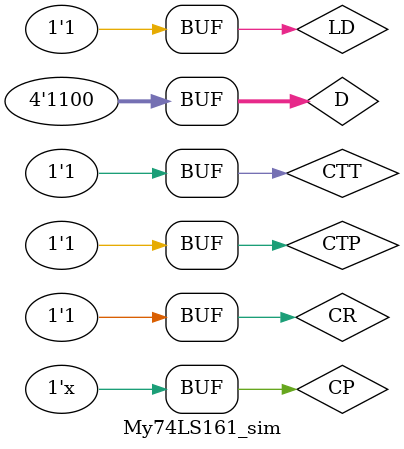
<source format=v>
`timescale 1ns / 1ps


module My74LS161_sim;

	// Inputs
	reg CR;
	reg LD;
	reg CTP;
	reg CTT;
	reg CP;
	reg [3:0] D;

	// Outputs
	wire Co;
	wire [3:0] Q;

	// Instantiate the Unit Under Test (UUT)
	My74LS161 uut (
		.CR(CR), 
		.LD(LD), 
		.CTP(CTP), 
		.CTT(CTT), 
		.CP(CP), 
		.D(D), 
		.Co(Co),
		.Q(Q)
	);

	initial begin
		// Initialize Inputs
		CR = 0;
		LD = 0;
		CTP = 0;
		CTT = 0;
		CP = 0;
		D = 0;

		// Wait 100 ns for global reset to finish
		#100;
        
		// Add stimulus here
		CR = 1;
		LD = 1;
		D = 4'b1100;
		CTT = 0;
		CTP = 0;

		#30 CR = 0;
		#20 CR = 1;
		#10 LD = 0;
		#30 CTT = 1; CTP = 1;
		#10 LD = 1;
		#510;
		CR = 0;
		#20 CR = 1;
		#500;

	end

	always #20 CP = ~CP;
      
endmodule


</source>
